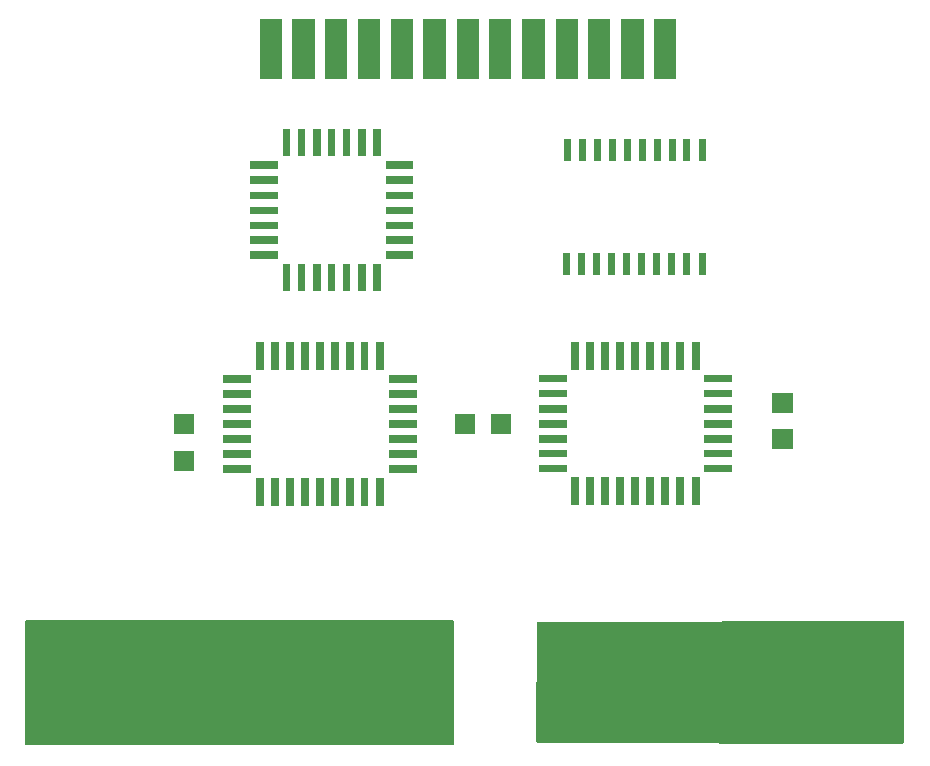
<source format=gbr>
%TF.GenerationSoftware,KiCad,Pcbnew,(6.0.2)*%
%TF.CreationDate,2022-05-14T16:30:45-05:00*%
%TF.ProjectId,REF1156 Mod 1110,52454631-3135-4362-904d-6f6420313131,rev?*%
%TF.SameCoordinates,Original*%
%TF.FileFunction,Soldermask,Top*%
%TF.FilePolarity,Negative*%
%FSLAX46Y46*%
G04 Gerber Fmt 4.6, Leading zero omitted, Abs format (unit mm)*
G04 Created by KiCad (PCBNEW (6.0.2)) date 2022-05-14 16:30:45*
%MOMM*%
%LPD*%
G01*
G04 APERTURE LIST*
%ADD10C,0.000000*%
%ADD11C,0.640000*%
%ADD12C,0.150000*%
G04 APERTURE END LIST*
D10*
G36*
X131727100Y-97076400D02*
G01*
X131057100Y-97076400D01*
X131057100Y-94776400D01*
X131727100Y-94776400D01*
X131727100Y-97076400D01*
G37*
G36*
X142106800Y-88006400D02*
G01*
X139806800Y-88006400D01*
X139806800Y-87336400D01*
X142106800Y-87336400D01*
X142106800Y-88006400D01*
G37*
G36*
X161814900Y-86061400D02*
G01*
X161214900Y-86061400D01*
X161214900Y-84201400D01*
X161814900Y-84201400D01*
X161814900Y-86061400D01*
G37*
G36*
X160544900Y-86061400D02*
G01*
X159944900Y-86061400D01*
X159944900Y-84201400D01*
X160544900Y-84201400D01*
X160544900Y-86061400D01*
G37*
G36*
X135537100Y-97076400D02*
G01*
X134867100Y-97076400D01*
X134867100Y-94776400D01*
X135537100Y-94776400D01*
X135537100Y-97076400D01*
G37*
D11*
X173103600Y-125414200D02*
X173103600Y-134939200D01*
D10*
G36*
X163779600Y-115193800D02*
G01*
X163139600Y-115193800D01*
X163139600Y-112853800D01*
X163779600Y-112853800D01*
X163779600Y-115193800D01*
G37*
G36*
X139649600Y-115233500D02*
G01*
X139009600Y-115233500D01*
X139009600Y-112893500D01*
X139649600Y-112893500D01*
X139649600Y-115233500D01*
G37*
G36*
X158004900Y-86061400D02*
G01*
X157404900Y-86061400D01*
X157404900Y-84201400D01*
X158004900Y-84201400D01*
X158004900Y-86061400D01*
G37*
G36*
X165009900Y-103724200D02*
G01*
X164369900Y-103724200D01*
X164369900Y-101384200D01*
X165009900Y-101384200D01*
X165009900Y-103724200D01*
G37*
G36*
X130637100Y-94356400D02*
G01*
X128337100Y-94356400D01*
X128337100Y-93686400D01*
X130637100Y-93686400D01*
X130637100Y-94356400D01*
G37*
G36*
X150439600Y-79118800D02*
G01*
X148539600Y-79118800D01*
X148539600Y-73998800D01*
X150439600Y-73998800D01*
X150439600Y-79118800D01*
G37*
G36*
X165009900Y-115193800D02*
G01*
X164369900Y-115193800D01*
X164369900Y-112853800D01*
X165009900Y-112853800D01*
X165009900Y-115193800D01*
G37*
G36*
X161814900Y-86061400D02*
G01*
X161214900Y-86061400D01*
X161214900Y-84201400D01*
X161814900Y-84201400D01*
X161814900Y-86061400D01*
G37*
G36*
X157429600Y-103724200D02*
G01*
X156789600Y-103724200D01*
X156789600Y-101384200D01*
X157429600Y-101384200D01*
X157429600Y-103724200D01*
G37*
G36*
X142106800Y-86736400D02*
G01*
X139806800Y-86736400D01*
X139806800Y-86066400D01*
X142106800Y-86066400D01*
X142106800Y-86736400D01*
G37*
G36*
X130637100Y-93086400D02*
G01*
X128337100Y-93086400D01*
X128337100Y-92416400D01*
X130637100Y-92416400D01*
X130637100Y-93086400D01*
G37*
G36*
X155104600Y-107358800D02*
G01*
X152764600Y-107358800D01*
X152764600Y-106718800D01*
X155104600Y-106718800D01*
X155104600Y-107358800D01*
G37*
D11*
X171079500Y-125414200D02*
X171079500Y-134939200D01*
X181160100Y-125414200D02*
X181160100Y-134939200D01*
X138932600Y-125414200D02*
X138932600Y-134939200D01*
D10*
G36*
X164354900Y-86061400D02*
G01*
X163754900Y-86061400D01*
X163754900Y-84201400D01*
X164354900Y-84201400D01*
X164354900Y-86061400D01*
G37*
G36*
X158004900Y-86061400D02*
G01*
X157404900Y-86061400D01*
X157404900Y-84201400D01*
X158004900Y-84201400D01*
X158004900Y-86061400D01*
G37*
G36*
X130719900Y-103763800D02*
G01*
X130079900Y-103763800D01*
X130079900Y-101423800D01*
X130719900Y-101423800D01*
X130719900Y-103763800D01*
G37*
G36*
X142105200Y-79118800D02*
G01*
X140205200Y-79118800D01*
X140205200Y-73998800D01*
X142105200Y-73998800D01*
X142105200Y-79118800D01*
G37*
G36*
X161239600Y-103724200D02*
G01*
X160599600Y-103724200D01*
X160599600Y-101384200D01*
X161239600Y-101384200D01*
X161239600Y-103724200D01*
G37*
G36*
X142404600Y-112438800D02*
G01*
X140064600Y-112438800D01*
X140064600Y-111798800D01*
X142404600Y-111798800D01*
X142404600Y-112438800D01*
G37*
G36*
X142404600Y-108668500D02*
G01*
X140064600Y-108668500D01*
X140064600Y-108028500D01*
X142404600Y-108028500D01*
X142404600Y-108668500D01*
G37*
G36*
X142404600Y-109938500D02*
G01*
X140064600Y-109938500D01*
X140064600Y-109298500D01*
X142404600Y-109298500D01*
X142404600Y-109938500D01*
G37*
G36*
X129449900Y-115233500D02*
G01*
X128809900Y-115233500D01*
X128809900Y-112893500D01*
X129449900Y-112893500D01*
X129449900Y-115233500D01*
G37*
G36*
X161239600Y-103724200D02*
G01*
X160599600Y-103724200D01*
X160599600Y-101384200D01*
X161239600Y-101384200D01*
X161239600Y-103724200D01*
G37*
G36*
X130637100Y-94356400D02*
G01*
X128337100Y-94356400D01*
X128337100Y-93686400D01*
X130637100Y-93686400D01*
X130637100Y-94356400D01*
G37*
D11*
X119922300Y-125414200D02*
X119922300Y-134939200D01*
D10*
G36*
X144883300Y-79118800D02*
G01*
X142983300Y-79118800D01*
X142983300Y-73998800D01*
X144883300Y-73998800D01*
X144883300Y-79118800D01*
G37*
D11*
X113850100Y-125414200D02*
X113850100Y-134939200D01*
D10*
G36*
X135799900Y-115233500D02*
G01*
X135159900Y-115233500D01*
X135159900Y-112893500D01*
X135799900Y-112893500D01*
X135799900Y-115233500D01*
G37*
G36*
X142404600Y-109938500D02*
G01*
X140064600Y-109938500D01*
X140064600Y-109298500D01*
X142404600Y-109298500D01*
X142404600Y-109938500D01*
G37*
G36*
X130637100Y-93086400D02*
G01*
X128337100Y-93086400D01*
X128337100Y-92416400D01*
X130637100Y-92416400D01*
X130637100Y-93086400D01*
G37*
G36*
X157429600Y-115193800D02*
G01*
X156789600Y-115193800D01*
X156789600Y-112853800D01*
X157429600Y-112853800D01*
X157429600Y-115193800D01*
G37*
D11*
X115874200Y-125414200D02*
X115874200Y-134939200D01*
D10*
G36*
X165585200Y-86061400D02*
G01*
X164985200Y-86061400D01*
X164985200Y-84201400D01*
X165585200Y-84201400D01*
X165585200Y-86061400D01*
G37*
G36*
X160505200Y-95705400D02*
G01*
X159905200Y-95705400D01*
X159905200Y-93845400D01*
X160505200Y-93845400D01*
X160505200Y-95705400D01*
G37*
G36*
X155104600Y-108628800D02*
G01*
X152764600Y-108628800D01*
X152764600Y-107988800D01*
X155104600Y-107988800D01*
X155104600Y-108628800D01*
G37*
G36*
X139386800Y-85646400D02*
G01*
X138716800Y-85646400D01*
X138716800Y-83346400D01*
X139386800Y-83346400D01*
X139386800Y-85646400D01*
G37*
D11*
X127899500Y-125414200D02*
X127899500Y-134939200D01*
X133892300Y-125414200D02*
X133892300Y-134939200D01*
D10*
G36*
X164315200Y-95705400D02*
G01*
X163715200Y-95705400D01*
X163715200Y-93845400D01*
X164315200Y-93845400D01*
X164315200Y-95705400D01*
G37*
G36*
X166934600Y-86061400D02*
G01*
X166334600Y-86061400D01*
X166334600Y-84201400D01*
X166934600Y-84201400D01*
X166934600Y-86061400D01*
G37*
D11*
X158062000Y-125414200D02*
X158062000Y-134939200D01*
X117898300Y-125414200D02*
X117898300Y-134939200D01*
X114882000Y-125414200D02*
X114882000Y-134939200D01*
D10*
G36*
X169114300Y-109898800D02*
G01*
X166774300Y-109898800D01*
X166774300Y-109258800D01*
X169114300Y-109258800D01*
X169114300Y-109898800D01*
G37*
G36*
X156159600Y-115193800D02*
G01*
X155519600Y-115193800D01*
X155519600Y-112853800D01*
X156159600Y-112853800D01*
X156159600Y-115193800D01*
G37*
G36*
X157429600Y-103724200D02*
G01*
X156789600Y-103724200D01*
X156789600Y-101384200D01*
X157429600Y-101384200D01*
X157429600Y-103724200D01*
G37*
G36*
X155104600Y-112399200D02*
G01*
X152764600Y-112399200D01*
X152764600Y-111759200D01*
X155104600Y-111759200D01*
X155104600Y-112399200D01*
G37*
G36*
X136549000Y-79118800D02*
G01*
X134649000Y-79118800D01*
X134649000Y-73998800D01*
X136549000Y-73998800D01*
X136549000Y-79118800D01*
G37*
D11*
X165047000Y-125453800D02*
X165047000Y-134978800D01*
D10*
G36*
X131989900Y-115233500D02*
G01*
X131349900Y-115233500D01*
X131349900Y-112893500D01*
X131989900Y-112893500D01*
X131989900Y-115233500D01*
G37*
G36*
X138300200Y-103763800D02*
G01*
X137660200Y-103763800D01*
X137660200Y-101423800D01*
X138300200Y-101423800D01*
X138300200Y-103763800D01*
G37*
G36*
X161239600Y-115193800D02*
G01*
X160599600Y-115193800D01*
X160599600Y-112853800D01*
X161239600Y-112853800D01*
X161239600Y-115193800D01*
G37*
D11*
X116906100Y-125414200D02*
X116906100Y-134939200D01*
D10*
G36*
X160544900Y-86061400D02*
G01*
X159944900Y-86061400D01*
X159944900Y-84201400D01*
X160544900Y-84201400D01*
X160544900Y-86061400D01*
G37*
G36*
X142404600Y-111168800D02*
G01*
X140064600Y-111168800D01*
X140064600Y-110528800D01*
X142404600Y-110528800D01*
X142404600Y-111168800D01*
G37*
G36*
X139649600Y-115233500D02*
G01*
X139009600Y-115233500D01*
X139009600Y-112893500D01*
X139649600Y-112893500D01*
X139649600Y-115233500D01*
G37*
D11*
X129883900Y-125414200D02*
X129883900Y-134939200D01*
D10*
G36*
X158699600Y-115193800D02*
G01*
X158059600Y-115193800D01*
X158059600Y-112853800D01*
X158699600Y-112853800D01*
X158699600Y-115193800D01*
G37*
D11*
X110833900Y-125414200D02*
X110833900Y-134939200D01*
D10*
G36*
X130719900Y-115233500D02*
G01*
X130079900Y-115233500D01*
X130079900Y-112893500D01*
X130719900Y-112893500D01*
X130719900Y-115233500D01*
G37*
D11*
X161038600Y-125414200D02*
X161038600Y-134939200D01*
D10*
G36*
X164354900Y-86061400D02*
G01*
X163754900Y-86061400D01*
X163754900Y-84201400D01*
X164354900Y-84201400D01*
X164354900Y-86061400D01*
G37*
G36*
X166934600Y-86061400D02*
G01*
X166334600Y-86061400D01*
X166334600Y-84201400D01*
X166934600Y-84201400D01*
X166934600Y-86061400D01*
G37*
G36*
X142106800Y-90586000D02*
G01*
X139806800Y-90586000D01*
X139806800Y-89916000D01*
X142106800Y-89916000D01*
X142106800Y-90586000D01*
G37*
G36*
X138116800Y-85646400D02*
G01*
X137446800Y-85646400D01*
X137446800Y-83346400D01*
X138116800Y-83346400D01*
X138116800Y-85646400D01*
G37*
G36*
X155104600Y-107358800D02*
G01*
X152764600Y-107358800D01*
X152764600Y-106718800D01*
X155104600Y-106718800D01*
X155104600Y-107358800D01*
G37*
D11*
X160046400Y-125414200D02*
X160046400Y-134939200D01*
X144012600Y-125414200D02*
X144012600Y-134939200D01*
D10*
G36*
X155464900Y-86061400D02*
G01*
X154864900Y-86061400D01*
X154864900Y-84201400D01*
X155464900Y-84201400D01*
X155464900Y-86061400D01*
G37*
G36*
X169114300Y-112399200D02*
G01*
X166774300Y-112399200D01*
X166774300Y-111759200D01*
X169114300Y-111759200D01*
X169114300Y-112399200D01*
G37*
G36*
X157965200Y-95705400D02*
G01*
X157365200Y-95705400D01*
X157365200Y-93845400D01*
X157965200Y-93845400D01*
X157965200Y-95705400D01*
G37*
D11*
X169055400Y-125414200D02*
X169055400Y-134939200D01*
D10*
G36*
X164315200Y-95705400D02*
G01*
X163715200Y-95705400D01*
X163715200Y-93845400D01*
X164315200Y-93845400D01*
X164315200Y-95705400D01*
G37*
G36*
X139386800Y-97076400D02*
G01*
X138716800Y-97076400D01*
X138716800Y-94776400D01*
X139386800Y-94776400D01*
X139386800Y-97076400D01*
G37*
G36*
X130637100Y-91856000D02*
G01*
X128337100Y-91856000D01*
X128337100Y-91186000D01*
X130637100Y-91186000D01*
X130637100Y-91856000D01*
G37*
G36*
X123590200Y-112294200D02*
G01*
X121890200Y-112294200D01*
X121890200Y-110594200D01*
X123590200Y-110594200D01*
X123590200Y-112294200D01*
G37*
G36*
X169114300Y-104779200D02*
G01*
X166774300Y-104779200D01*
X166774300Y-104139200D01*
X169114300Y-104139200D01*
X169114300Y-104779200D01*
G37*
G36*
X166894900Y-95705400D02*
G01*
X166294900Y-95705400D01*
X166294900Y-93845400D01*
X166894900Y-93845400D01*
X166894900Y-95705400D01*
G37*
G36*
X169114300Y-108628800D02*
G01*
X166774300Y-108628800D01*
X166774300Y-107988800D01*
X169114300Y-107988800D01*
X169114300Y-108628800D01*
G37*
G36*
X163045200Y-95705400D02*
G01*
X162445200Y-95705400D01*
X162445200Y-93845400D01*
X163045200Y-93845400D01*
X163045200Y-95705400D01*
G37*
D11*
X164054800Y-125414200D02*
X164054800Y-134939200D01*
X121867000Y-125453800D02*
X121867000Y-134978800D01*
D10*
G36*
X169114300Y-108628800D02*
G01*
X166774300Y-108628800D01*
X166774300Y-107988800D01*
X169114300Y-107988800D01*
X169114300Y-108628800D01*
G37*
G36*
X139327100Y-79118800D02*
G01*
X137427100Y-79118800D01*
X137427100Y-73998800D01*
X139327100Y-73998800D01*
X139327100Y-79118800D01*
G37*
G36*
X134529900Y-103763800D02*
G01*
X133889900Y-103763800D01*
X133889900Y-101423800D01*
X134529900Y-101423800D01*
X134529900Y-103763800D01*
G37*
G36*
X135537100Y-85646400D02*
G01*
X134867100Y-85646400D01*
X134867100Y-83346400D01*
X135537100Y-83346400D01*
X135537100Y-85646400D01*
G37*
G36*
X133770900Y-79118800D02*
G01*
X131870900Y-79118800D01*
X131870900Y-73998800D01*
X133770900Y-73998800D01*
X133770900Y-79118800D01*
G37*
G36*
X130637100Y-86736400D02*
G01*
X128337100Y-86736400D01*
X128337100Y-86066400D01*
X130637100Y-86066400D01*
X130637100Y-86736400D01*
G37*
D11*
X153021700Y-125414200D02*
X153021700Y-134939200D01*
D10*
G36*
X134306800Y-97076400D02*
G01*
X133636800Y-97076400D01*
X133636800Y-94776400D01*
X134306800Y-94776400D01*
X134306800Y-97076400D01*
G37*
G36*
X139649600Y-103763800D02*
G01*
X139009600Y-103763800D01*
X139009600Y-101423800D01*
X139649600Y-101423800D01*
X139649600Y-103763800D01*
G37*
G36*
X123590200Y-109158800D02*
G01*
X121890200Y-109158800D01*
X121890200Y-107458800D01*
X123590200Y-107458800D01*
X123590200Y-109158800D01*
G37*
G36*
X150379300Y-109158800D02*
G01*
X148679300Y-109158800D01*
X148679300Y-107458800D01*
X150379300Y-107458800D01*
X150379300Y-109158800D01*
G37*
D11*
X137900700Y-125414200D02*
X137900700Y-134939200D01*
X156037900Y-125414200D02*
X156037900Y-134939200D01*
D10*
G36*
X155104600Y-106049200D02*
G01*
X152764600Y-106049200D01*
X152764600Y-105409200D01*
X155104600Y-105409200D01*
X155104600Y-106049200D01*
G37*
G36*
X164369900Y-79118800D02*
G01*
X162469900Y-79118800D01*
X162469900Y-73998800D01*
X164369900Y-73998800D01*
X164369900Y-79118800D01*
G37*
G36*
X128394900Y-109938500D02*
G01*
X126054900Y-109938500D01*
X126054900Y-109298500D01*
X128394900Y-109298500D01*
X128394900Y-109938500D01*
G37*
G36*
X128394900Y-111168800D02*
G01*
X126054900Y-111168800D01*
X126054900Y-110528800D01*
X128394900Y-110528800D01*
X128394900Y-111168800D01*
G37*
G36*
X137069900Y-115233500D02*
G01*
X136429900Y-115233500D01*
X136429900Y-112893500D01*
X137069900Y-112893500D01*
X137069900Y-115233500D01*
G37*
G36*
X163084900Y-86061400D02*
G01*
X162484900Y-86061400D01*
X162484900Y-84201400D01*
X163084900Y-84201400D01*
X163084900Y-86061400D01*
G37*
G36*
X169114300Y-109898800D02*
G01*
X166774300Y-109898800D01*
X166774300Y-109258800D01*
X169114300Y-109258800D01*
X169114300Y-109898800D01*
G37*
D11*
X132900100Y-125414200D02*
X132900100Y-134939200D01*
X122859200Y-125414200D02*
X122859200Y-134939200D01*
D10*
G36*
X138116800Y-97076400D02*
G01*
X137446800Y-97076400D01*
X137446800Y-94776400D01*
X138116800Y-94776400D01*
X138116800Y-97076400D01*
G37*
G36*
X132997100Y-97076400D02*
G01*
X132327100Y-97076400D01*
X132327100Y-94776400D01*
X132997100Y-94776400D01*
X132997100Y-97076400D01*
G37*
D11*
X175127600Y-125414200D02*
X175127600Y-134939200D01*
D10*
G36*
X131727100Y-85646400D02*
G01*
X131057100Y-85646400D01*
X131057100Y-83346400D01*
X131727100Y-83346400D01*
X131727100Y-85646400D01*
G37*
G36*
X128394900Y-107398500D02*
G01*
X126054900Y-107398500D01*
X126054900Y-106758500D01*
X128394900Y-106758500D01*
X128394900Y-107398500D01*
G37*
G36*
X169114300Y-111129200D02*
G01*
X166774300Y-111129200D01*
X166774300Y-110489200D01*
X169114300Y-110489200D01*
X169114300Y-111129200D01*
G37*
G36*
X142404600Y-107398500D02*
G01*
X140064600Y-107398500D01*
X140064600Y-106758500D01*
X142404600Y-106758500D01*
X142404600Y-107398500D01*
G37*
G36*
X131989900Y-115233500D02*
G01*
X131349900Y-115233500D01*
X131349900Y-112893500D01*
X131989900Y-112893500D01*
X131989900Y-115233500D01*
G37*
G36*
X147701200Y-79118800D02*
G01*
X145801200Y-79118800D01*
X145801200Y-73998800D01*
X147701200Y-73998800D01*
X147701200Y-79118800D01*
G37*
D11*
X179136100Y-125414200D02*
X179136100Y-134939200D01*
D10*
G36*
X158699600Y-103724200D02*
G01*
X158059600Y-103724200D01*
X158059600Y-101384200D01*
X158699600Y-101384200D01*
X158699600Y-103724200D01*
G37*
G36*
X130719900Y-103763800D02*
G01*
X130079900Y-103763800D01*
X130079900Y-101423800D01*
X130719900Y-101423800D01*
X130719900Y-103763800D01*
G37*
G36*
X156075200Y-79118800D02*
G01*
X154175200Y-79118800D01*
X154175200Y-73998800D01*
X156075200Y-73998800D01*
X156075200Y-79118800D01*
G37*
D11*
X126907300Y-125414200D02*
X126907300Y-134939200D01*
D10*
G36*
X130637100Y-91856000D02*
G01*
X128337100Y-91856000D01*
X128337100Y-91186000D01*
X130637100Y-91186000D01*
X130637100Y-91856000D01*
G37*
G36*
X142106800Y-89316000D02*
G01*
X139806800Y-89316000D01*
X139806800Y-88646000D01*
X142106800Y-88646000D01*
X142106800Y-89316000D01*
G37*
G36*
X142106800Y-90586000D02*
G01*
X139806800Y-90586000D01*
X139806800Y-89916000D01*
X142106800Y-89916000D01*
X142106800Y-90586000D01*
G37*
D11*
X172111400Y-125414200D02*
X172111400Y-134939200D01*
X163022900Y-125414200D02*
X163022900Y-134939200D01*
D10*
G36*
X139327100Y-79118800D02*
G01*
X137427100Y-79118800D01*
X137427100Y-73998800D01*
X139327100Y-73998800D01*
X139327100Y-79118800D01*
G37*
D11*
X111826100Y-125414200D02*
X111826100Y-134939200D01*
D10*
G36*
X138116800Y-97076400D02*
G01*
X137446800Y-97076400D01*
X137446800Y-94776400D01*
X138116800Y-94776400D01*
X138116800Y-97076400D01*
G37*
G36*
X132997100Y-85646400D02*
G01*
X132327100Y-85646400D01*
X132327100Y-83346400D01*
X132997100Y-83346400D01*
X132997100Y-85646400D01*
G37*
G36*
X162509600Y-103724200D02*
G01*
X161869600Y-103724200D01*
X161869600Y-101384200D01*
X162509600Y-101384200D01*
X162509600Y-103724200D01*
G37*
G36*
X142404600Y-108668500D02*
G01*
X140064600Y-108668500D01*
X140064600Y-108028500D01*
X142404600Y-108028500D01*
X142404600Y-108668500D01*
G37*
G36*
X150439600Y-79118800D02*
G01*
X148539600Y-79118800D01*
X148539600Y-73998800D01*
X150439600Y-73998800D01*
X150439600Y-79118800D01*
G37*
G36*
X137069900Y-115233500D02*
G01*
X136429900Y-115233500D01*
X136429900Y-112893500D01*
X137069900Y-112893500D01*
X137069900Y-115233500D01*
G37*
G36*
X134529900Y-115233500D02*
G01*
X133889900Y-115233500D01*
X133889900Y-112893500D01*
X134529900Y-112893500D01*
X134529900Y-115233500D01*
G37*
D11*
X124843600Y-125414200D02*
X124843600Y-134939200D01*
D10*
G36*
X174231500Y-107372900D02*
G01*
X172531500Y-107372900D01*
X172531500Y-105672900D01*
X174231500Y-105672900D01*
X174231500Y-107372900D01*
G37*
D11*
X118890400Y-125414200D02*
X118890400Y-134939200D01*
D10*
G36*
X128394900Y-109938500D02*
G01*
X126054900Y-109938500D01*
X126054900Y-109298500D01*
X128394900Y-109298500D01*
X128394900Y-109938500D01*
G37*
G36*
X142404600Y-106088800D02*
G01*
X140064600Y-106088800D01*
X140064600Y-105448800D01*
X142404600Y-105448800D01*
X142404600Y-106088800D01*
G37*
G36*
X162509600Y-115193800D02*
G01*
X161869600Y-115193800D01*
X161869600Y-112853800D01*
X162509600Y-112853800D01*
X162509600Y-115193800D01*
G37*
D11*
X109921100Y-125414200D02*
X109921100Y-134939200D01*
D10*
G36*
X130637100Y-90586000D02*
G01*
X128337100Y-90586000D01*
X128337100Y-89916000D01*
X130637100Y-89916000D01*
X130637100Y-90586000D01*
G37*
G36*
X155425200Y-95705400D02*
G01*
X154825200Y-95705400D01*
X154825200Y-93845400D01*
X155425200Y-93845400D01*
X155425200Y-95705400D01*
G37*
D11*
X112818300Y-125414200D02*
X112818300Y-134939200D01*
D10*
G36*
X169114300Y-112399200D02*
G01*
X166774300Y-112399200D01*
X166774300Y-111759200D01*
X169114300Y-111759200D01*
X169114300Y-112399200D01*
G37*
G36*
X131989900Y-103763800D02*
G01*
X131349900Y-103763800D01*
X131349900Y-101423800D01*
X131989900Y-101423800D01*
X131989900Y-103763800D01*
G37*
G36*
X155104600Y-104779200D02*
G01*
X152764600Y-104779200D01*
X152764600Y-104139200D01*
X155104600Y-104139200D01*
X155104600Y-104779200D01*
G37*
D11*
X145044500Y-125414200D02*
X145044500Y-134939200D01*
X128931400Y-125414200D02*
X128931400Y-134939200D01*
D10*
G36*
X130637100Y-90586000D02*
G01*
X128337100Y-90586000D01*
X128337100Y-89916000D01*
X130637100Y-89916000D01*
X130637100Y-90586000D01*
G37*
G36*
X130637100Y-88006400D02*
G01*
X128337100Y-88006400D01*
X128337100Y-87336400D01*
X130637100Y-87336400D01*
X130637100Y-88006400D01*
G37*
G36*
X147323300Y-109158800D02*
G01*
X145623300Y-109158800D01*
X145623300Y-107458800D01*
X147323300Y-107458800D01*
X147323300Y-109158800D01*
G37*
G36*
X156075200Y-79118800D02*
G01*
X154175200Y-79118800D01*
X154175200Y-73998800D01*
X156075200Y-73998800D01*
X156075200Y-79118800D01*
G37*
G36*
X159969600Y-103724200D02*
G01*
X159329600Y-103724200D01*
X159329600Y-101384200D01*
X159969600Y-101384200D01*
X159969600Y-103724200D01*
G37*
G36*
X156159600Y-103724200D02*
G01*
X155519600Y-103724200D01*
X155519600Y-101384200D01*
X156159600Y-101384200D01*
X156159600Y-103724200D01*
G37*
G36*
X158699600Y-103724200D02*
G01*
X158059600Y-103724200D01*
X158059600Y-101384200D01*
X158699600Y-101384200D01*
X158699600Y-103724200D01*
G37*
D11*
X166078900Y-125414200D02*
X166078900Y-134939200D01*
D10*
G36*
X142404600Y-112438800D02*
G01*
X140064600Y-112438800D01*
X140064600Y-111798800D01*
X142404600Y-111798800D01*
X142404600Y-112438800D01*
G37*
G36*
X128394900Y-106088800D02*
G01*
X126054900Y-106088800D01*
X126054900Y-105448800D01*
X128394900Y-105448800D01*
X128394900Y-106088800D01*
G37*
G36*
X137069900Y-103763800D02*
G01*
X136429900Y-103763800D01*
X136429900Y-101423800D01*
X137069900Y-101423800D01*
X137069900Y-103763800D01*
G37*
G36*
X156734900Y-86061400D02*
G01*
X156134900Y-86061400D01*
X156134900Y-84201400D01*
X156734900Y-84201400D01*
X156734900Y-86061400D01*
G37*
G36*
X128394900Y-107398500D02*
G01*
X126054900Y-107398500D01*
X126054900Y-106758500D01*
X128394900Y-106758500D01*
X128394900Y-107398500D01*
G37*
G36*
X166359300Y-103724200D02*
G01*
X165719300Y-103724200D01*
X165719300Y-101384200D01*
X166359300Y-101384200D01*
X166359300Y-103724200D01*
G37*
G36*
X129449900Y-103763800D02*
G01*
X128809900Y-103763800D01*
X128809900Y-101423800D01*
X129449900Y-101423800D01*
X129449900Y-103763800D01*
G37*
D11*
X125875400Y-125414200D02*
X125875400Y-134939200D01*
D10*
G36*
X155104600Y-112399200D02*
G01*
X152764600Y-112399200D01*
X152764600Y-111759200D01*
X155104600Y-111759200D01*
X155104600Y-112399200D01*
G37*
G36*
X166359300Y-103724200D02*
G01*
X165719300Y-103724200D01*
X165719300Y-101384200D01*
X166359300Y-101384200D01*
X166359300Y-103724200D01*
G37*
D11*
X155045700Y-125414200D02*
X155045700Y-134939200D01*
D10*
G36*
X133259900Y-103763800D02*
G01*
X132619900Y-103763800D01*
X132619900Y-101423800D01*
X133259900Y-101423800D01*
X133259900Y-103763800D01*
G37*
G36*
X169114300Y-106049200D02*
G01*
X166774300Y-106049200D01*
X166774300Y-105409200D01*
X169114300Y-105409200D01*
X169114300Y-106049200D01*
G37*
G36*
X139386800Y-97076400D02*
G01*
X138716800Y-97076400D01*
X138716800Y-94776400D01*
X139386800Y-94776400D01*
X139386800Y-97076400D01*
G37*
G36*
X156734900Y-86061400D02*
G01*
X156134900Y-86061400D01*
X156134900Y-84201400D01*
X156734900Y-84201400D01*
X156734900Y-86061400D01*
G37*
G36*
X174231500Y-110468500D02*
G01*
X172531500Y-110468500D01*
X172531500Y-108768500D01*
X174231500Y-108768500D01*
X174231500Y-110468500D01*
G37*
D11*
X183184200Y-125414200D02*
X183184200Y-134939200D01*
D10*
G36*
X128394900Y-112438800D02*
G01*
X126054900Y-112438800D01*
X126054900Y-111798800D01*
X128394900Y-111798800D01*
X128394900Y-112438800D01*
G37*
D11*
X140917000Y-125414200D02*
X140917000Y-134939200D01*
X154053600Y-125414200D02*
X154053600Y-134939200D01*
D10*
G36*
X138300200Y-115233500D02*
G01*
X137660200Y-115233500D01*
X137660200Y-112893500D01*
X138300200Y-112893500D01*
X138300200Y-115233500D01*
G37*
D11*
X141988600Y-125414200D02*
X141988600Y-134939200D01*
D10*
G36*
X135537100Y-97076400D02*
G01*
X134867100Y-97076400D01*
X134867100Y-94776400D01*
X135537100Y-94776400D01*
X135537100Y-97076400D01*
G37*
G36*
X136807100Y-85646400D02*
G01*
X136137100Y-85646400D01*
X136137100Y-83346400D01*
X136807100Y-83346400D01*
X136807100Y-85646400D01*
G37*
D11*
X123851400Y-125414200D02*
X123851400Y-134939200D01*
D10*
G36*
X131032400Y-79118800D02*
G01*
X129132400Y-79118800D01*
X129132400Y-73998800D01*
X131032400Y-73998800D01*
X131032400Y-79118800D01*
G37*
G36*
X156695200Y-95705400D02*
G01*
X156095200Y-95705400D01*
X156095200Y-93845400D01*
X156695200Y-93845400D01*
X156695200Y-95705400D01*
G37*
G36*
X165545500Y-95705400D02*
G01*
X164945500Y-95705400D01*
X164945500Y-93845400D01*
X165545500Y-93845400D01*
X165545500Y-95705400D01*
G37*
D11*
X159054200Y-125414200D02*
X159054200Y-134939200D01*
D10*
G36*
X159274900Y-86061400D02*
G01*
X158674900Y-86061400D01*
X158674900Y-84201400D01*
X159274900Y-84201400D01*
X159274900Y-86061400D01*
G37*
G36*
X128394900Y-104818800D02*
G01*
X126054900Y-104818800D01*
X126054900Y-104178800D01*
X128394900Y-104178800D01*
X128394900Y-104818800D01*
G37*
G36*
X161239600Y-115193800D02*
G01*
X160599600Y-115193800D01*
X160599600Y-112853800D01*
X161239600Y-112853800D01*
X161239600Y-115193800D01*
G37*
G36*
X163084900Y-86061400D02*
G01*
X162484900Y-86061400D01*
X162484900Y-84201400D01*
X163084900Y-84201400D01*
X163084900Y-86061400D01*
G37*
G36*
X155104600Y-111129200D02*
G01*
X152764600Y-111129200D01*
X152764600Y-110489200D01*
X155104600Y-110489200D01*
X155104600Y-111129200D01*
G37*
G36*
X144883300Y-79118800D02*
G01*
X142983300Y-79118800D01*
X142983300Y-73998800D01*
X144883300Y-73998800D01*
X144883300Y-79118800D01*
G37*
D11*
X176119800Y-125414200D02*
X176119800Y-134939200D01*
D10*
G36*
X160505200Y-95705400D02*
G01*
X159905200Y-95705400D01*
X159905200Y-93845400D01*
X160505200Y-93845400D01*
X160505200Y-95705400D01*
G37*
G36*
X138116800Y-85646400D02*
G01*
X137446800Y-85646400D01*
X137446800Y-83346400D01*
X138116800Y-83346400D01*
X138116800Y-85646400D01*
G37*
G36*
X169114300Y-107358800D02*
G01*
X166774300Y-107358800D01*
X166774300Y-106718800D01*
X169114300Y-106718800D01*
X169114300Y-107358800D01*
G37*
G36*
X161631500Y-79118800D02*
G01*
X159731500Y-79118800D01*
X159731500Y-73998800D01*
X161631500Y-73998800D01*
X161631500Y-79118800D01*
G37*
G36*
X139386800Y-85646400D02*
G01*
X138716800Y-85646400D01*
X138716800Y-83346400D01*
X139386800Y-83346400D01*
X139386800Y-85646400D01*
G37*
G36*
X159969600Y-115193800D02*
G01*
X159329600Y-115193800D01*
X159329600Y-112853800D01*
X159969600Y-112853800D01*
X159969600Y-115193800D01*
G37*
G36*
X157429600Y-115193800D02*
G01*
X156789600Y-115193800D01*
X156789600Y-112853800D01*
X157429600Y-112853800D01*
X157429600Y-115193800D01*
G37*
G36*
X128394900Y-112438800D02*
G01*
X126054900Y-112438800D01*
X126054900Y-111798800D01*
X128394900Y-111798800D01*
X128394900Y-112438800D01*
G37*
G36*
X130637100Y-88006400D02*
G01*
X128337100Y-88006400D01*
X128337100Y-87336400D01*
X130637100Y-87336400D01*
X130637100Y-88006400D01*
G37*
G36*
X163779600Y-115193800D02*
G01*
X163139600Y-115193800D01*
X163139600Y-112853800D01*
X163779600Y-112853800D01*
X163779600Y-115193800D01*
G37*
G36*
X157965200Y-95705400D02*
G01*
X157365200Y-95705400D01*
X157365200Y-93845400D01*
X157965200Y-93845400D01*
X157965200Y-95705400D01*
G37*
G36*
X134529900Y-115233500D02*
G01*
X133889900Y-115233500D01*
X133889900Y-112893500D01*
X134529900Y-112893500D01*
X134529900Y-115233500D01*
G37*
G36*
X138300200Y-115233500D02*
G01*
X137660200Y-115233500D01*
X137660200Y-112893500D01*
X138300200Y-112893500D01*
X138300200Y-115233500D01*
G37*
D11*
X142980700Y-125414200D02*
X142980700Y-134939200D01*
D10*
G36*
X155104600Y-104779200D02*
G01*
X152764600Y-104779200D01*
X152764600Y-104139200D01*
X155104600Y-104139200D01*
X155104600Y-104779200D01*
G37*
G36*
X132997100Y-97076400D02*
G01*
X132327100Y-97076400D01*
X132327100Y-94776400D01*
X132997100Y-94776400D01*
X132997100Y-97076400D01*
G37*
G36*
X142106800Y-93086400D02*
G01*
X139806800Y-93086400D01*
X139806800Y-92416400D01*
X142106800Y-92416400D01*
X142106800Y-93086400D01*
G37*
G36*
X156695200Y-95705400D02*
G01*
X156095200Y-95705400D01*
X156095200Y-93845400D01*
X156695200Y-93845400D01*
X156695200Y-95705400D01*
G37*
G36*
X142106800Y-88006400D02*
G01*
X139806800Y-88006400D01*
X139806800Y-87336400D01*
X142106800Y-87336400D01*
X142106800Y-88006400D01*
G37*
G36*
X158813700Y-79118800D02*
G01*
X156913700Y-79118800D01*
X156913700Y-73998800D01*
X158813700Y-73998800D01*
X158813700Y-79118800D01*
G37*
G36*
X136549000Y-79118800D02*
G01*
X134649000Y-79118800D01*
X134649000Y-73998800D01*
X136549000Y-73998800D01*
X136549000Y-79118800D01*
G37*
G36*
X130637100Y-89316000D02*
G01*
X128337100Y-89316000D01*
X128337100Y-88646000D01*
X130637100Y-88646000D01*
X130637100Y-89316000D01*
G37*
G36*
X130719900Y-115233500D02*
G01*
X130079900Y-115233500D01*
X130079900Y-112893500D01*
X130719900Y-112893500D01*
X130719900Y-115233500D01*
G37*
G36*
X142106800Y-93086400D02*
G01*
X139806800Y-93086400D01*
X139806800Y-92416400D01*
X142106800Y-92416400D01*
X142106800Y-93086400D01*
G37*
G36*
X153257400Y-79118800D02*
G01*
X151357400Y-79118800D01*
X151357400Y-73998800D01*
X153257400Y-73998800D01*
X153257400Y-79118800D01*
G37*
G36*
X161631500Y-79118800D02*
G01*
X159731500Y-79118800D01*
X159731500Y-73998800D01*
X161631500Y-73998800D01*
X161631500Y-79118800D01*
G37*
G36*
X155425200Y-95705400D02*
G01*
X154825200Y-95705400D01*
X154825200Y-93845400D01*
X155425200Y-93845400D01*
X155425200Y-95705400D01*
G37*
G36*
X162509600Y-103724200D02*
G01*
X161869600Y-103724200D01*
X161869600Y-101384200D01*
X162509600Y-101384200D01*
X162509600Y-103724200D01*
G37*
G36*
X134306800Y-85646400D02*
G01*
X133636800Y-85646400D01*
X133636800Y-83346400D01*
X134306800Y-83346400D01*
X134306800Y-85646400D01*
G37*
G36*
X169114300Y-111129200D02*
G01*
X166774300Y-111129200D01*
X166774300Y-110489200D01*
X169114300Y-110489200D01*
X169114300Y-111129200D01*
G37*
G36*
X142106800Y-86736400D02*
G01*
X139806800Y-86736400D01*
X139806800Y-86066400D01*
X142106800Y-86066400D01*
X142106800Y-86736400D01*
G37*
G36*
X142106800Y-89316000D02*
G01*
X139806800Y-89316000D01*
X139806800Y-88646000D01*
X142106800Y-88646000D01*
X142106800Y-89316000D01*
G37*
G36*
X162509600Y-115193800D02*
G01*
X161869600Y-115193800D01*
X161869600Y-112853800D01*
X162509600Y-112853800D01*
X162509600Y-115193800D01*
G37*
G36*
X156159600Y-103724200D02*
G01*
X155519600Y-103724200D01*
X155519600Y-101384200D01*
X156159600Y-101384200D01*
X156159600Y-103724200D01*
G37*
G36*
X128394900Y-108668500D02*
G01*
X126054900Y-108668500D01*
X126054900Y-108028500D01*
X128394900Y-108028500D01*
X128394900Y-108668500D01*
G37*
G36*
X136807100Y-97076400D02*
G01*
X136137100Y-97076400D01*
X136137100Y-94776400D01*
X136807100Y-94776400D01*
X136807100Y-97076400D01*
G37*
G36*
X174231500Y-107372900D02*
G01*
X172531500Y-107372900D01*
X172531500Y-105672900D01*
X174231500Y-105672900D01*
X174231500Y-107372900D01*
G37*
G36*
X123590200Y-109158800D02*
G01*
X121890200Y-109158800D01*
X121890200Y-107458800D01*
X123590200Y-107458800D01*
X123590200Y-109158800D01*
G37*
G36*
X147323300Y-109158800D02*
G01*
X145623300Y-109158800D01*
X145623300Y-107458800D01*
X147323300Y-107458800D01*
X147323300Y-109158800D01*
G37*
G36*
X165545500Y-95705400D02*
G01*
X164945500Y-95705400D01*
X164945500Y-93845400D01*
X165545500Y-93845400D01*
X165545500Y-95705400D01*
G37*
G36*
X142404600Y-106088800D02*
G01*
X140064600Y-106088800D01*
X140064600Y-105448800D01*
X142404600Y-105448800D01*
X142404600Y-106088800D01*
G37*
G36*
X142404600Y-111168800D02*
G01*
X140064600Y-111168800D01*
X140064600Y-110528800D01*
X142404600Y-110528800D01*
X142404600Y-111168800D01*
G37*
G36*
X164369900Y-79118800D02*
G01*
X162469900Y-79118800D01*
X162469900Y-73998800D01*
X164369900Y-73998800D01*
X164369900Y-79118800D01*
G37*
G36*
X155104600Y-108628800D02*
G01*
X152764600Y-108628800D01*
X152764600Y-107988800D01*
X155104600Y-107988800D01*
X155104600Y-108628800D01*
G37*
G36*
X135537100Y-85646400D02*
G01*
X134867100Y-85646400D01*
X134867100Y-83346400D01*
X135537100Y-83346400D01*
X135537100Y-85646400D01*
G37*
G36*
X153257400Y-79118800D02*
G01*
X151357400Y-79118800D01*
X151357400Y-73998800D01*
X153257400Y-73998800D01*
X153257400Y-79118800D01*
G37*
D12*
X109332000Y-125001000D02*
X145519000Y-125001000D01*
X145519000Y-125001000D02*
X145519000Y-135395000D01*
X145519000Y-135395000D02*
X109332000Y-135395000D01*
X109332000Y-135395000D02*
X109332000Y-125001000D01*
D11*
X135876700Y-125414200D02*
X135876700Y-134939200D01*
X177151700Y-125414200D02*
X177151700Y-134939200D01*
D10*
G36*
X161775200Y-95705400D02*
G01*
X161175200Y-95705400D01*
X161175200Y-93845400D01*
X161775200Y-93845400D01*
X161775200Y-95705400D01*
G37*
G36*
X165585200Y-86061400D02*
G01*
X164985200Y-86061400D01*
X164985200Y-84201400D01*
X165585200Y-84201400D01*
X165585200Y-86061400D01*
G37*
G36*
X129449900Y-103763800D02*
G01*
X128809900Y-103763800D01*
X128809900Y-101423800D01*
X129449900Y-101423800D01*
X129449900Y-103763800D01*
G37*
G36*
X163045200Y-95705400D02*
G01*
X162445200Y-95705400D01*
X162445200Y-93845400D01*
X163045200Y-93845400D01*
X163045200Y-95705400D01*
G37*
G36*
X131727100Y-85646400D02*
G01*
X131057100Y-85646400D01*
X131057100Y-83346400D01*
X131727100Y-83346400D01*
X131727100Y-85646400D01*
G37*
G36*
X133259900Y-115233500D02*
G01*
X132619900Y-115233500D01*
X132619900Y-112893500D01*
X133259900Y-112893500D01*
X133259900Y-115233500D01*
G37*
G36*
X139649600Y-103763800D02*
G01*
X139009600Y-103763800D01*
X139009600Y-101423800D01*
X139649600Y-101423800D01*
X139649600Y-103763800D01*
G37*
G36*
X142106800Y-94356400D02*
G01*
X139806800Y-94356400D01*
X139806800Y-93686400D01*
X142106800Y-93686400D01*
X142106800Y-94356400D01*
G37*
G36*
X128394900Y-108668500D02*
G01*
X126054900Y-108668500D01*
X126054900Y-108028500D01*
X128394900Y-108028500D01*
X128394900Y-108668500D01*
G37*
G36*
X169114300Y-106049200D02*
G01*
X166774300Y-106049200D01*
X166774300Y-105409200D01*
X169114300Y-105409200D01*
X169114300Y-106049200D01*
G37*
G36*
X131032400Y-79118800D02*
G01*
X129132400Y-79118800D01*
X129132400Y-73998800D01*
X131032400Y-73998800D01*
X131032400Y-79118800D01*
G37*
G36*
X158813700Y-79118800D02*
G01*
X156913700Y-79118800D01*
X156913700Y-73998800D01*
X158813700Y-73998800D01*
X158813700Y-79118800D01*
G37*
D11*
X178143900Y-125414200D02*
X178143900Y-134939200D01*
D10*
G36*
X134529900Y-103763800D02*
G01*
X133889900Y-103763800D01*
X133889900Y-101423800D01*
X134529900Y-101423800D01*
X134529900Y-103763800D01*
G37*
G36*
X136807100Y-97076400D02*
G01*
X136137100Y-97076400D01*
X136137100Y-94776400D01*
X136807100Y-94776400D01*
X136807100Y-97076400D01*
G37*
G36*
X163779600Y-103724200D02*
G01*
X163139600Y-103724200D01*
X163139600Y-101384200D01*
X163779600Y-101384200D01*
X163779600Y-103724200D01*
G37*
G36*
X142404600Y-104818800D02*
G01*
X140064600Y-104818800D01*
X140064600Y-104178800D01*
X142404600Y-104178800D01*
X142404600Y-104818800D01*
G37*
G36*
X130637100Y-86736400D02*
G01*
X128337100Y-86736400D01*
X128337100Y-86066400D01*
X130637100Y-86066400D01*
X130637100Y-86736400D01*
G37*
G36*
X142404600Y-107398500D02*
G01*
X140064600Y-107398500D01*
X140064600Y-106758500D01*
X142404600Y-106758500D01*
X142404600Y-107398500D01*
G37*
G36*
X159969600Y-115193800D02*
G01*
X159329600Y-115193800D01*
X159329600Y-112853800D01*
X159969600Y-112853800D01*
X159969600Y-115193800D01*
G37*
G36*
X130637100Y-89316000D02*
G01*
X128337100Y-89316000D01*
X128337100Y-88646000D01*
X130637100Y-88646000D01*
X130637100Y-89316000D01*
G37*
G36*
X132997100Y-85646400D02*
G01*
X132327100Y-85646400D01*
X132327100Y-83346400D01*
X132997100Y-83346400D01*
X132997100Y-85646400D01*
G37*
G36*
X165009900Y-115193800D02*
G01*
X164369900Y-115193800D01*
X164369900Y-112853800D01*
X165009900Y-112853800D01*
X165009900Y-115193800D01*
G37*
D11*
X168023600Y-125414200D02*
X168023600Y-134939200D01*
D10*
G36*
X136807100Y-85646400D02*
G01*
X136137100Y-85646400D01*
X136137100Y-83346400D01*
X136807100Y-83346400D01*
X136807100Y-85646400D01*
G37*
G36*
X133259900Y-115233500D02*
G01*
X132619900Y-115233500D01*
X132619900Y-112893500D01*
X133259900Y-112893500D01*
X133259900Y-115233500D01*
G37*
G36*
X133259900Y-103763800D02*
G01*
X132619900Y-103763800D01*
X132619900Y-101423800D01*
X133259900Y-101423800D01*
X133259900Y-103763800D01*
G37*
G36*
X158699600Y-115193800D02*
G01*
X158059600Y-115193800D01*
X158059600Y-112853800D01*
X158699600Y-112853800D01*
X158699600Y-115193800D01*
G37*
G36*
X159969600Y-103724200D02*
G01*
X159329600Y-103724200D01*
X159329600Y-101384200D01*
X159969600Y-101384200D01*
X159969600Y-103724200D01*
G37*
D11*
X157069800Y-125414200D02*
X157069800Y-134939200D01*
D10*
G36*
X134306800Y-85646400D02*
G01*
X133636800Y-85646400D01*
X133636800Y-83346400D01*
X134306800Y-83346400D01*
X134306800Y-85646400D01*
G37*
G36*
X155464900Y-86061400D02*
G01*
X154864900Y-86061400D01*
X154864900Y-84201400D01*
X155464900Y-84201400D01*
X155464900Y-86061400D01*
G37*
G36*
X123590200Y-112294200D02*
G01*
X121890200Y-112294200D01*
X121890200Y-110594200D01*
X123590200Y-110594200D01*
X123590200Y-112294200D01*
G37*
G36*
X174231500Y-110468500D02*
G01*
X172531500Y-110468500D01*
X172531500Y-108768500D01*
X174231500Y-108768500D01*
X174231500Y-110468500D01*
G37*
G36*
X166894900Y-95705400D02*
G01*
X166294900Y-95705400D01*
X166294900Y-93845400D01*
X166894900Y-93845400D01*
X166894900Y-95705400D01*
G37*
D11*
X136908600Y-125414200D02*
X136908600Y-134939200D01*
D10*
G36*
X169114300Y-104779200D02*
G01*
X166774300Y-104779200D01*
X166774300Y-104139200D01*
X169114300Y-104139200D01*
X169114300Y-104779200D01*
G37*
G36*
X161775200Y-95705400D02*
G01*
X161175200Y-95705400D01*
X161175200Y-93845400D01*
X161775200Y-93845400D01*
X161775200Y-95705400D01*
G37*
D11*
X120914500Y-125414200D02*
X120914500Y-134939200D01*
D10*
G36*
X155104600Y-111129200D02*
G01*
X152764600Y-111129200D01*
X152764600Y-110489200D01*
X155104600Y-110489200D01*
X155104600Y-111129200D01*
G37*
D11*
X139924800Y-125414200D02*
X139924800Y-134939200D01*
D10*
G36*
X128394900Y-111168800D02*
G01*
X126054900Y-111168800D01*
X126054900Y-110528800D01*
X128394900Y-110528800D01*
X128394900Y-111168800D01*
G37*
G36*
X142106800Y-91856000D02*
G01*
X139806800Y-91856000D01*
X139806800Y-91186000D01*
X142106800Y-91186000D01*
X142106800Y-91856000D01*
G37*
D11*
X180167900Y-125414200D02*
X180167900Y-134939200D01*
D10*
G36*
X142106800Y-94356400D02*
G01*
X139806800Y-94356400D01*
X139806800Y-93686400D01*
X142106800Y-93686400D01*
X142106800Y-94356400D01*
G37*
D11*
X130876100Y-125414200D02*
X130876100Y-134939200D01*
D10*
G36*
X138300200Y-103763800D02*
G01*
X137660200Y-103763800D01*
X137660200Y-101423800D01*
X138300200Y-101423800D01*
X138300200Y-103763800D01*
G37*
G36*
X159235200Y-95705400D02*
G01*
X158635200Y-95705400D01*
X158635200Y-93845400D01*
X159235200Y-93845400D01*
X159235200Y-95705400D01*
G37*
G36*
X142105200Y-79118800D02*
G01*
X140205200Y-79118800D01*
X140205200Y-73998800D01*
X142105200Y-73998800D01*
X142105200Y-79118800D01*
G37*
G36*
X129449900Y-115233500D02*
G01*
X128809900Y-115233500D01*
X128809900Y-112893500D01*
X129449900Y-112893500D01*
X129449900Y-115233500D01*
G37*
G36*
X135799900Y-103763800D02*
G01*
X135159900Y-103763800D01*
X135159900Y-101423800D01*
X135799900Y-101423800D01*
X135799900Y-103763800D01*
G37*
G36*
X159274900Y-86061400D02*
G01*
X158674900Y-86061400D01*
X158674900Y-84201400D01*
X159274900Y-84201400D01*
X159274900Y-86061400D01*
G37*
G36*
X163779600Y-103724200D02*
G01*
X163139600Y-103724200D01*
X163139600Y-101384200D01*
X163779600Y-101384200D01*
X163779600Y-103724200D01*
G37*
G36*
X150379300Y-109158800D02*
G01*
X148679300Y-109158800D01*
X148679300Y-107458800D01*
X150379300Y-107458800D01*
X150379300Y-109158800D01*
G37*
G36*
X155104600Y-109898800D02*
G01*
X152764600Y-109898800D01*
X152764600Y-109258800D01*
X155104600Y-109258800D01*
X155104600Y-109898800D01*
G37*
G36*
X147701200Y-79118800D02*
G01*
X145801200Y-79118800D01*
X145801200Y-73998800D01*
X147701200Y-73998800D01*
X147701200Y-79118800D01*
G37*
G36*
X165009900Y-103724200D02*
G01*
X164369900Y-103724200D01*
X164369900Y-101384200D01*
X165009900Y-101384200D01*
X165009900Y-103724200D01*
G37*
G36*
X128394900Y-106088800D02*
G01*
X126054900Y-106088800D01*
X126054900Y-105448800D01*
X128394900Y-105448800D01*
X128394900Y-106088800D01*
G37*
G36*
X131727100Y-97076400D02*
G01*
X131057100Y-97076400D01*
X131057100Y-94776400D01*
X131727100Y-94776400D01*
X131727100Y-97076400D01*
G37*
G36*
X128394900Y-104818800D02*
G01*
X126054900Y-104818800D01*
X126054900Y-104178800D01*
X128394900Y-104178800D01*
X128394900Y-104818800D01*
G37*
D11*
X182192000Y-125414200D02*
X182192000Y-134939200D01*
D10*
G36*
X155104600Y-106049200D02*
G01*
X152764600Y-106049200D01*
X152764600Y-105409200D01*
X155104600Y-105409200D01*
X155104600Y-106049200D01*
G37*
G36*
X134306800Y-97076400D02*
G01*
X133636800Y-97076400D01*
X133636800Y-94776400D01*
X134306800Y-94776400D01*
X134306800Y-97076400D01*
G37*
G36*
X142106800Y-91856000D02*
G01*
X139806800Y-91856000D01*
X139806800Y-91186000D01*
X142106800Y-91186000D01*
X142106800Y-91856000D01*
G37*
G36*
X159235200Y-95705400D02*
G01*
X158635200Y-95705400D01*
X158635200Y-93845400D01*
X159235200Y-93845400D01*
X159235200Y-95705400D01*
G37*
D11*
X167071100Y-125414200D02*
X167071100Y-134939200D01*
D10*
G36*
X137069900Y-103763800D02*
G01*
X136429900Y-103763800D01*
X136429900Y-101423800D01*
X137069900Y-101423800D01*
X137069900Y-103763800D01*
G37*
G36*
X156159600Y-115193800D02*
G01*
X155519600Y-115193800D01*
X155519600Y-112853800D01*
X156159600Y-112853800D01*
X156159600Y-115193800D01*
G37*
D11*
X170127000Y-125414200D02*
X170127000Y-134939200D01*
D10*
G36*
X135799900Y-115233500D02*
G01*
X135159900Y-115233500D01*
X135159900Y-112893500D01*
X135799900Y-112893500D01*
X135799900Y-115233500D01*
G37*
G36*
X135799900Y-103763800D02*
G01*
X135159900Y-103763800D01*
X135159900Y-101423800D01*
X135799900Y-101423800D01*
X135799900Y-103763800D01*
G37*
D11*
X134884500Y-125414200D02*
X134884500Y-134939200D01*
D10*
G36*
X166359300Y-115193800D02*
G01*
X165719300Y-115193800D01*
X165719300Y-112853800D01*
X166359300Y-112853800D01*
X166359300Y-115193800D01*
G37*
D11*
X131907900Y-125414200D02*
X131907900Y-134939200D01*
D10*
G36*
X133770900Y-79118800D02*
G01*
X131870900Y-79118800D01*
X131870900Y-73998800D01*
X133770900Y-73998800D01*
X133770900Y-79118800D01*
G37*
G36*
X142404600Y-104818800D02*
G01*
X140064600Y-104818800D01*
X140064600Y-104178800D01*
X142404600Y-104178800D01*
X142404600Y-104818800D01*
G37*
G36*
X155104600Y-109898800D02*
G01*
X152764600Y-109898800D01*
X152764600Y-109258800D01*
X155104600Y-109258800D01*
X155104600Y-109898800D01*
G37*
D11*
X174095700Y-125414200D02*
X174095700Y-134939200D01*
D10*
G36*
X169114300Y-107358800D02*
G01*
X166774300Y-107358800D01*
X166774300Y-106718800D01*
X169114300Y-106718800D01*
X169114300Y-107358800D01*
G37*
G36*
X131989900Y-103763800D02*
G01*
X131349900Y-103763800D01*
X131349900Y-101423800D01*
X131989900Y-101423800D01*
X131989900Y-103763800D01*
G37*
G36*
X166359300Y-115193800D02*
G01*
X165719300Y-115193800D01*
X165719300Y-112853800D01*
X166359300Y-112853800D01*
X166359300Y-115193800D01*
G37*
D11*
X162110100Y-125414200D02*
X162110100Y-134939200D01*
G36*
X183614647Y-124991169D02*
G01*
X183661293Y-125044691D01*
X183672830Y-125097530D01*
X183659170Y-135256885D01*
X183639076Y-135324979D01*
X183585358Y-135371400D01*
X183532887Y-135382716D01*
X152647196Y-135313284D01*
X152579120Y-135293129D01*
X152532748Y-135239369D01*
X152521480Y-135186805D01*
X152559524Y-125185162D01*
X152579785Y-125117118D01*
X152633617Y-125070829D01*
X152685163Y-125059642D01*
X183546470Y-124971362D01*
X183614647Y-124991169D01*
G37*
G36*
X145415011Y-125048892D02*
G01*
X145483114Y-125068952D01*
X145529561Y-125122648D01*
X145540903Y-125174989D01*
X145533097Y-135295902D01*
X145513042Y-135364007D01*
X145459351Y-135410459D01*
X145406902Y-135421805D01*
X109453927Y-135366195D01*
X109385837Y-135346087D01*
X109339428Y-135292360D01*
X109328122Y-135240073D01*
X109337878Y-125143986D01*
X109357946Y-125075885D01*
X109411646Y-125029444D01*
X109463986Y-125018108D01*
X145415011Y-125048892D01*
G37*
M02*

</source>
